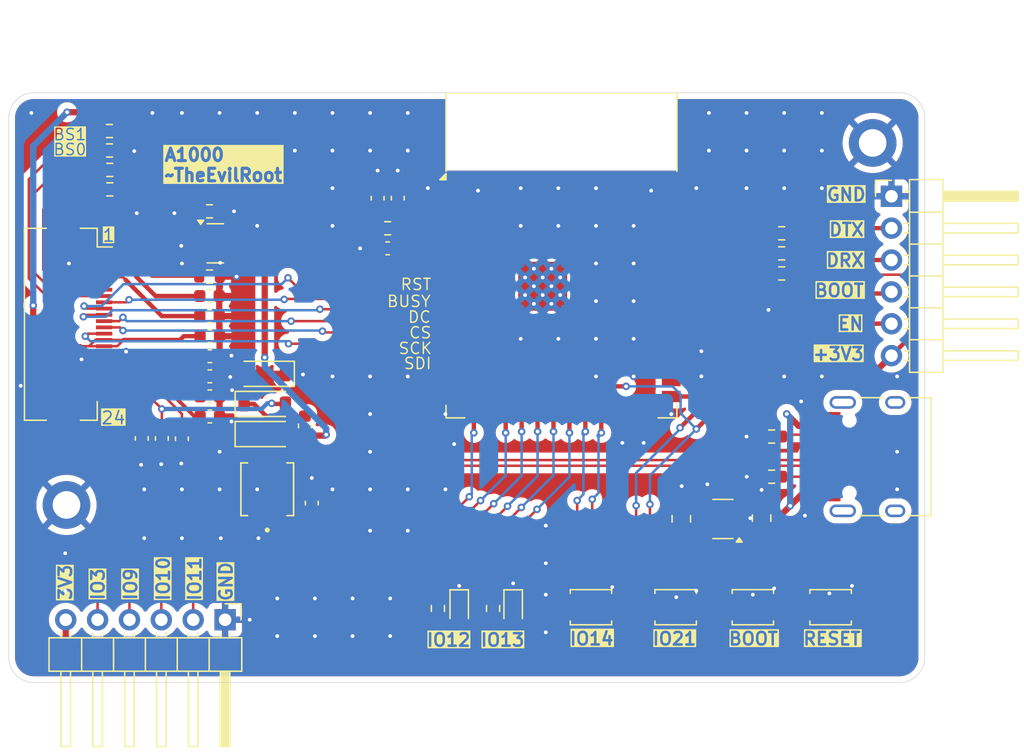
<source format=kicad_pcb>
(kicad_pcb (version 20240108) (generator "pcbnew") (generator_version "8.0")
  (layers (0 "F.Cu" signal) (31 "B.Cu" signal) (34 "B.Paste" user) (35 "F.Paste" user) (36 "B.SilkS" user "B.Silkscreen") (37 "F.SilkS" user "F.Silkscreen") (38 "B.Mask" user) (39 "F.Mask" user) (44 "Edge.Cuts" user))
  (net 0 "")
  (net 1 "GND")
  (net 2 "+5V")
  (net 3 "+3V3")
  (net 4 "/ESP_EN")
  (net 5 "/VGL")
  (net 6 "/VGH")
  (net 7 "Net-(D1-A)")
  (net 8 "/VDD")
  (net 9 "/VPP")
  (net 10 "/VSH")
  (net 11 "/PREVGH")
  (net 12 "/VSL")
  (net 13 "/PREVGL")
  (net 14 "/VCOM")
  (net 21 "/ESP_RX")
  (net 22 "/ESP_TX")
  (net 23 "/ESP_BOOT")
  (net 24 "/RESE")
  (net 25 "/GDR")
  (net 26 "/DISPLAY_TSCL")
  (net 27 "/DISPLAY_TSDA")
  (net 28 "/DISPLAY_RST")
  (net 32 "/DISPLAY_BS")
  (net 33 "/DISPLAY_BUSY")
  (net 36 "/DISPLAY_SCK")
  (net 37 "/DISPLAY_SDI")
  (net 38 "/DISPLAY_CS")
  (net 45 "/DISPLAY_DC")
  (net 51 "/USB_CC1")
  (net 52 "/USB_CC2")
  (net 53 "/ESP_DRX")
  (net 54 "/ESP_DTX")
  (net 55 "/ESP_IO3")
  (net 56 "/DISPLAY_3V3L")
  (net 57 "/USB_D+")
  (net 58 "/USB_D-")
  (net 59 "/ESP_IO9")
  (net 61 "/ESP_LED1A")
  (net 62 "/ESP_LED2A")
  (net 65 "/ESP_IO11")
  (net 66 "/ESP_IO10")
  (net 67 "/ESP_IO13")
  (net 68 "/ESP_IO12")
  (net 69 "/ESP_IO14")
  (net 70 "/ESP_IO21")
  (footprint "Capacitor_SMD:C_0603_1608Metric" (layer "F.Cu") (at 164 88.8 180)
    (property "Reference" "C5" (hide yes))
    (property "Value" "10u")
  )
  (footprint "Resistor_SMD:R_0603_1608Metric" (layer "F.Cu") (at 141.85 82.55 180)
    (property "Reference" "R8" (hide yes))
    (property "Value" "10k")
  )
  (footprint "Resistor_SMD:R_0603_1608Metric" (layer "F.Cu") (at 141.825 81)
    (property "Reference" "R14" (hide yes))
    (property "Value" "10k")
  )
  (footprint "Capacitor_SMD:C_0603_1608Metric" (layer "F.Cu") (at 149.825 95.8 180)
    (property "Reference" "C15" (hide yes))
    (property "Value" "1u")
  )
  (footprint "Connector_PinHeader_2.54mm:PinHeader_1x06_P2.54mm_Horizontal" (layer "F.Cu") (at 151.04 118.4 -90)
    (property "Reference" "J3" (hide yes))
    (property "Value" "Conn_01x06")
  )
  (footprint "RF_Module:ESP32-S3-WROOM-1" (layer "F.Cu") (at 177.85 89.36)
    (property "Reference" "U1" (hide yes))
    (property "Value" "ESP32-S3-WROOM-1")
  )
  (footprint "MountingHole:MountingHole_2.2mm_M2_DIN965_Pad" (layer "F.Cu") (at 138.4 109.25)
    (property "Reference" "H1" (hide yes))
    (property "Value" "M")
  )
  (footprint "Capacitor_SMD:C_0603_1608Metric" (layer "F.Cu") (at 163.2 84.8 90)
    (property "Reference" "C4" (hide yes))
    (property "Value" "1u")
  )
  (footprint "Capacitor_SMD:C_0603_1608Metric" (layer "F.Cu") (at 147.6 103.975 90)
    (property "Reference" "C16" (hide yes))
    (property "Value" "1u")
  )
  (footprint "Resistor_SMD:R_0603_1608Metric" (layer "F.Cu") (at 194.6 103.8 180)
    (property "Reference" "R4" (hide yes))
    (property "Value" "5k1")
  )
  (footprint "Capacitor_SMD:C_0603_1608Metric" (layer "F.Cu") (at 149.8 94.2 180)
    (property "Reference" "C8" (hide yes))
    (property "Value" "1u")
  )
  (footprint "Capacitor_SMD:C_0603_1608Metric" (layer "F.Cu") (at 149.825 99 180)
    (property "Reference" "C11" (hide yes))
    (property "Value" "1u")
  )
  (footprint "Resistor_SMD:R_0603_1608Metric" (layer "F.Cu") (at 195.4 90.8 180)
    (property "Reference" "R2" (hide yes))
    (property "Value" "10k")
  )
  (footprint "Capacitor_SMD:C_0603_1608Metric" (layer "F.Cu") (at 149.825 102.2 180)
    (property "Reference" "C14" (hide yes))
    (property "Value" "1u")
  )
  (footprint "Capacitor_SMD:C_0603_1608Metric" (layer "F.Cu") (at 149.825 97.4 180)
    (property "Reference" "C10" (hide yes))
    (property "Value" "1u")
  )
  (footprint "LED_SMD:LED_0603_1608Metric" (layer "F.Cu") (at 169.699999 117.5 -90)
    (property "Reference" "D4" (hide yes))
    (property "Value" "LED")
  )
  (footprint "Button_Switch_SMD:SW_SPST_B3U-1000P" (layer "F.Cu") (at 186.949999 117.4 180)
    (property "Reference" "SW3" (hide yes))
    (property "Value" "Action")
  )
  (footprint "Capacitor_SMD:C_0603_1608Metric" (layer "F.Cu") (at 157.4 102.95 90)
    (property "Reference" "C9" (hide yes))
    (property "Value" "4u7")
  )
  (footprint "MountingHole:MountingHole_2.2mm_M2_DIN965_Pad" (layer "F.Cu") (at 202.65 80.4)
    (property "Reference" "H2" (hide yes))
    (property "Value" "M")
  )
  (footprint "LED_SMD:LED_0603_1608Metric" (layer "F.Cu") (at 173.999999 117.5 -90)
    (property "Reference" "D5" (hide yes))
    (property "Value" "LED")
  )
  (footprint "Button_Switch_SMD:SW_SPST_B3U-1000P" (layer "F.Cu") (at 193.1 117.4 180)
    (property "Reference" "SW2" (hide yes))
    (property "Value" "Boot")
  )
  (footprint "Diode_SMD:D_SOD-123" (layer "F.Cu") (at 154.2 103.600001)
    (property "Reference" "D3" (hide yes))
    (property "Value" "MBR0530")
  )
  (footprint "Resistor_SMD:R_0603_1608Metric" (layer "F.Cu") (at 141.85 84.1 180)
    (property "Reference" "R7" (hide yes))
    (property "Value" "10k")
  )
  (footprint "Resistor_SMD:R_0603_1608Metric" (layer "F.Cu") (at 149.8 91.05)
    (property "Reference" "R6" (hide yes))
    (property "Value" "R47")
  )
  (footprint "Connector_FFC-FPC:Hirose_FH12-24S-0.5SH_1x24-1MP_P0.50mm_Horizontal" (layer "F.Cu") (at 139.55 94.849999 -90)
    (property "Reference" "U3" (hide yes))
    (property "Value" "~")
  )
  (footprint "Capacitor_SMD:C_0603_1608Metric" (layer "F.Cu") (at 149.825 100.6 180)
    (property "Reference" "C13" (hide yes))
    (property "Value" "1u")
  )
  (footprint "Capacitor_SMD:C_0805_2012Metric" (layer "F.Cu") (at 193.8 110.3 90)
    (property "Reference" "C1" (hide yes))
    (property "Value" "10u")
  )
  (footprint "Package_TO_SOT_SMD:SOT-23" (layer "F.Cu") (at 150.262499 88.4)
    (property "Reference" "Q1" (hide yes))
    (property "Value" "BSS138")
  )
  (footprint "Diode_SMD:D_SOD-123" (layer "F.Cu") (at 154.2 98.8 180)
    (property "Reference" "D1" (hide yes))
    (property "Value" "MBR0530")
  )
  (footprint "Library:IND_CSAB0420-2R2M" (layer "F.Cu") (at 154.4 108 90)
    (property "Reference" "L1" (hide yes))
    (property "Value" "10u")
  )
  (footprint "Diode_SMD:D_SOD-123" (layer "F.Cu") (at 154.2 101.2)
    (property "Reference" "D2" (hide yes))
    (property "Value" "MBR0530")
  )
  (footprint "Resistor_SMD:R_0603_1608Metric" (layer "F.Cu") (at 194.6 107 180)
    (property "Reference" "R5" (hide yes))
    (property "Value" "5k1")
  )
  (footprint "Button_Switch_SMD:SW_SPST_B3U-1000P" (layer "F.Cu") (at 199.3 117.4 180)
    (property "Reference" "SW1" (hide yes))
    (property "Value" "Reset")
  )
  (footprint "Connector_PinHeader_2.54mm:PinHeader_1x06_P2.54mm_Horizontal" (layer "F.Cu") (at 204.15 84.65)
    (property "Reference" "J2" (hide yes))
    (property "Value" "Debug")
  )
  (footprint "Resistor_SMD:R_0603_1608Metric" (layer "F.Cu") (at 141.825 79.45 180)
    (property "Reference" "R13" (hide yes))
    (property "Value" "10k")
  )
  (footprint "Package_TO_SOT_SMD:SOT-23-5" (layer "F.Cu") (at 190.71125 110.370001 180)
    (property "Reference" "U2" (hide yes))
    (property "Value" "AP2112K-3.3")
  )
  (footprint "Capacitor_SMD:C_0603_1608Metric" (layer "F.Cu") (at 146 103.95 90)
    (property "Reference" "C17" (hide yes))
    (property "Value" "1u")
  )
  (footprint "Capacitor_SMD:C_0603_1608Metric" (layer "F.Cu") (at 149.8 92.6 180)
    (property "Reference" "C7" (hide yes))
    (property "Value" "1u")
  )
  (footprint "Button_Switch_SMD:SW_SPST_B3U-1000P" (layer "F.Cu") (at 180.199999 117.4 180)
    (property "Reference" "SW4" (hide yes))
    (property "Value" "Action")
  )
  (footprint "Connector_USB:USB_C_Receptacle_HRO_TYPE-C-31-M-12" (layer "F.Cu") (at 203.4 105.4 90)
    (property "Reference" "J1" (hide yes))
    (property "Value" "USB")
  )
  (footprint "Resistor_SMD:R_0603_1608Metric" (layer "F.Cu") (at 195.4 89.2)
    (property "Reference" "R12" (hide yes))
    (property "Value" "0R")
  )
  (footprint "Capacitor_SMD:C_0603_1608Metric" (layer "F.Cu") (at 144.4 103.95 90)
    (property "Reference" "C18" (hide yes))
    (property "Value" "1u")
  )
  (footprint "Resistor_SMD:R_0603_1608Metric" (layer "F.Cu") (at 195.4 87.6)
    (property "Reference" "R11" (hide yes))
    (property "Value" "0R")
  )
  (footprint "Capacitor_SMD:C_0805_2012Metric" (layer "F.Cu") (at 187.4 110.35 90)
    (property "Reference" "C2" (hide yes))
    (property "Value" "10u")
  )
  (footprint "Resistor_SMD:R_0603_1608Metric" (layer "F.Cu") (at 172.399999 117.5 90)
    (property "Reference" "R10" (hide yes))
    (property "Value" "1k")
  )
  (footprint "Resistor_SMD:R_0603_1608Metric" (layer "F.Cu") (at 164 87.2)
    (property "Reference" "R1" (hide yes))
    (property "Value" "10k")
  )
  (footprint "Resistor_SMD:R_0603_1608Metric" (layer "F.Cu") (at 167.999999 117.5 90)
    (property "Reference" "R9" (hide yes))
    (property "Value" "1k")
  )
  (footprint "Capacitor_SMD:C_0603_1608Metric" (layer "F.Cu") (at 157.95 109.1 -90)
    (property "Reference" "C6" (hide yes))
    (property "Value" "4u7")
  )
  (footprint "Capacitor_SMD:C_0603_1608Metric" (layer "F.Cu") (at 164.8 84.8 90)
    (property "Reference" "C3" (hide yes))
    (property "Value" "100n")
  )
  (footprint "Resistor_SMD:R_0603_1608Metric" (layer "F.Cu") (at 149.8 85.85)
    (property "Reference" "R3" (hide yes))
    (property "Value" "10k")
  )
  (gr_arc (start 133.8 78.4) (mid 134.385786 76.985786) (end 135.8 76.4) (stroke (width 0.05)) (layer "Edge.Cuts"))
  (gr_line (start 204.8 123.4) (end 135.8 123.4) (stroke (width 0.05)) (layer "Edge.Cuts"))
  (gr_arc (start 204.8 76.4) (mid 206.214214 76.985786) (end 206.8 78.4) (stroke (width 0.05)) (layer "Edge.Cuts"))
  (gr_line (start 135.8 76.4) (end 204.8 76.4) (stroke (width 0.05)) (layer "Edge.Cuts"))
  (gr_arc (start 206.8 121.4) (mid 206.214214 122.814214) (end 204.8 123.4) (stroke (width 0.05)) (layer "Edge.Cuts"))
  (gr_line (start 133.8 121.4) (end 133.8 78.4) (stroke (width 0.05)) (layer "Edge.Cuts"))
  (gr_arc (start 135.8 123.4) (mid 134.385786 122.814214) (end 133.8 121.4) (stroke (width 0.05)) (layer "Edge.Cuts"))
  (gr_line (start 206.8 78.4) (end 206.8 121.4) (stroke (width 0.05)) (layer "Edge.Cuts"))
  (gr_text "IO21" (at 188.7 120.5 0) (layer "F.SilkS" knockout) (effects (font (size 1 1) (thickness 0.2) (bold yes)) (justify right bottom)))
  (gr_text "SCK" (at 167.6 97.3 0) (layer "F.SilkS") (effects (font (size 0.9 0.9) (thickness 0.1125)) (justify right bottom)))
  (gr_text "1" (at 141.2 88.35 0) (layer "F.SilkS" knockout) (effects (font (size 1 1) (thickness 0.125)) (justify left bottom)))
  (gr_text "DRX" (at 202.05 90.35 0) (layer "F.SilkS" knockout) (effects (font (size 1 1) (thickness 0.2) (bold yes)) (justify right bottom)))
  (gr_text "BS0" (at 140.05 81.45 0) (layer "F.SilkS" knockout) (effects (font (size 0.9 0.9) (thickness 0.1125)) (justify right bottom)))
  (gr_text "24" (at 141.1 102.9 0) (layer "F.SilkS" knockout) (effects (font (size 1 1) (thickness 0.125)) (justify left bottom)))
  (gr_text "EN" (at 202 95.4 0) (layer "F.SilkS" knockout) (effects (font (size 1 1) (thickness 0.2) (bold yes)) (justify right bottom)))
  (gr_text "IO11" (at 149.2 113.3 90) (layer "F.SilkS" knockout) (effects (font (size 1 1) (thickness 0.2) (bold yes)) (justify right bottom)))
  (gr_text "BOOT" (at 202.05 92.75 0) (layer "F.SilkS" knockout) (effects (font (size 1 1) (thickness 0.2) (bold yes)) (justify right bottom)))
  (gr_text "IO9" (at 144.1 114.2 90) (layer "F.SilkS" knockout) (effects (font (size 1 1) (thickness 0.2) (bold yes)) (justify right bottom)))
  (gr_text "BUSY" (at 167.5 93.55 0) (layer "F.SilkS") (effects (font (size 0.9 0.9) (thickness 0.1125)) (justify right bottom)))
  (gr_text "3V3" (at 138.9 113.9 90) (layer "F.SilkS" knockout) (effects (font (size 1 1) (thickness 0.2) (bold yes)) (justify right bottom)))
  (gr_text "BS1" (at 140.05 80.25 0) (layer "F.SilkS" knockout) (effects (font (size 0.9 0.9) (thickness 0.1125)) (justify right bottom)))
  (gr_text "IO12" (at 170.7 120.6 0) (layer "F.SilkS" knockout) (effects (font (size 1 1) (thickness 0.2) (bold yes)) (justify right bottom)))
  (gr_text "RESET" (at 201.8 120.5 0) (layer "F.SilkS" knockout) (effects (font (size 1 1) (thickness 0.2) (bold yes)) (justify right bottom)))
  (gr_text "DC" (at 167.5 94.8 0) (layer "F.SilkS") (effects (font (size 0.9 0.9) (thickness 0.1125)) (justify right bottom)))
  (gr_text "CS" (at 167.55 96.05 0) (layer "F.SilkS") (effects (font (size 0.9 0.9) (thickness 0.1125)) (justify right bottom)))
  (gr_text "IO10" (at 146.7 113.3 90) (layer "F.SilkS" knockout) (effects (font (size 1 1) (thickness 0.2) (bold yes)) (justify right bottom)))
  (gr_text "+3V3" (at 202.05 97.8 0) (layer "F.SilkS" knockout) (effects (font (size 1 1) (thickness 0.2) (bold yes)) (justify right bottom)))
  (gr_text "GND" (at 202.2 85.1 0) (layer "F.SilkS" knockout) (effects (font (size 1 1) (thickness 0.2) (bold yes)) (justify right bottom)))
  (gr_text "DTX" (at 202.05 87.9 0) (layer "F.SilkS" knockout) (effects (font (size 1 1) (thickness 0.2) (bold yes)) (justify right bottom)))
  (gr_text "BOOT" (at 195.2 120.5 0) (layer "F.SilkS" knockout) (effects (font (size 1 1) (thickness 0.2) (bold yes)) (justify right bottom)))
  (gr_text "GND" (at 151.7 113.7 90) (layer "F.SilkS" knockout) (effects (font (size 1 1) (thickness 0.2) (bold yes)) (justify right bottom)))
  (gr_text "IO3" (at 141.5 114.2 90) (layer "F.SilkS" knockout) (effects (font (size 1 1) (thickness 0.2) (bold yes)) (justify right bottom)))
  (gr_text "IO13" (at 175 120.6 0) (layer "F.SilkS" knockout) (effects (font (size 1 1) (thickness 0.2) (bold yes)) (justify right bottom)))
  (gr_text "A1000\n~TheEvilRoot\n" (at 146.1 83.55 0) (layer "F.SilkS" knockout) (effects (font (size 1 1) (thickness 0.25) (bold yes)) (justify left bottom)))
  (gr_text "IO14" (at 182.1 120.5 0) (layer "F.SilkS" knockout) (effects (font (size 1 1) (thickness 0.2) (bold yes)) (justify right bottom)))
  (gr_text "SDI" (at 167.55 98.5 0) (layer "F.SilkS") (effects (font (size 0.9 0.9) (thickness 0.1125)) (justify right bottom)))
  (gr_text "RST" (at 167.55 92.2 0) (layer "F.SilkS") (effects (font (size 0.9 0.9) (thickness 0.1125)) (justify right bottom)))
  (segment (start 169.699999 116.712499) (end 169.699999 115.700001) (width 0.5) (layer "F.Cu") (net 1))
  (segment (start 173.999999 115.500001) (end 174 115.5) (width 0.5) (layer "F.Cu") (net 1))
  (segment (start 150.6 99) (end 151.4 99) (width 0.35) (layer "F.Cu") (net 1))
  (segment (start 143.08 97.099999) (end 141.4 97.099999) (width 0.35) (layer "F.Cu") (net 1))
  (segment (start 193.775 103.8) (end 192.6 103.8) (width 0.5) (layer "F.Cu") (net 1))
  (segment (start 146 105.95) (end 145.95 106) (width 0.35) (layer "F.Cu") (net 1))
  (segment (start 188.65 116.15) (end 188.6 116.1) (width 0.5) (layer "F.Cu") (net 1))
  (segment (start 157.95 108.325) (end 157.95 107.1) (width 0.35) (layer "F.Cu") (net 1))
  (segment (start 173.999999 116.712499) (end 173.999999 115.500001) (width 0.5) (layer "F.Cu") (net 1))
  (segment (start 151.4 99) (end 151.45 99.05) (width 0.35) (layer "F.Cu") (net 1))
  (segment (start 142.65 81) (end 143.75 81) (width 0.35) (layer "F.Cu") (net 1))
  (segment (start 150.575 92.6) (end 151.95 92.6) (width 0.35) (layer "F.Cu") (net 1))
  (segment (start 191.84875 110.370001) (end 192.829999 110.370001) (width 0.5) (layer "F.Cu") (net 1))
  (segment (start 164.8 84.025) (end 164.8 82.6) (width 0.5) (layer "F.Cu") (net 1))
  (segment (start 204.025 81.175) (end 204.05 81.15) (width 0.35) (layer "F.Cu") (net 1))
  (segment (start 150.625 91.05) (end 151.95 91.05) (width 0.35) (layer "F.Cu") (net 1))
  (segment (start 151.45 100.6) (end 151.6 100.45) (width 0.35) (layer "F.Cu") (net 1))
  (segment (start 198.1 102.15) (end 199.355 102.15) (width 0.5) (layer "F.Cu") (net 1))
  (segment (start 181.9 117.4) (end 181.9 115.8) (width 0.5) (layer "F.Cu") (net 1))
  (segment (start 171.1 84.1) (end 171.2 84.2) (width 0.5) (layer "F.Cu") (net 1))
  (segment (start 193.7875 107) (end 192.6125 107) (width 0.5) (layer "F.Cu") (net 1))
  (segment (start 193.187501 93.7) (end 194.35 93.7) (width 0.35) (layer "F.Cu") (net 1))
  (segment (start 157.2 98.8) (end 157.25 98.85) (width 0.35) (layer "F.Cu") (net 1))
  (segment (start 188.512499 91.262499) (end 188.5 91.25) (width 0.35) (layer "F.Cu") (net 1))
  (segment (start 186.6 84.1) (end 185.1 84.1) (width 0.5) (layer "F.Cu") (net 1))
  (segment (start 150.575 94.2) (end 151.8 94.2) (width 0.35) (layer "F.Cu") (net 1))
  (segment (start 196.95 101) (end 198.1 102.15) (width 0.5) (layer "F.Cu") (net 1))
  (segment (start 194.800001 117.4) (end 194.800001 115.900001) (width 0.5) (layer "F.Cu") (net 1))
  (segment (start 150.6 100.6) (end 151.45 100.6) (width 0.35) (layer "F.Cu") (net 1))
  (segment (start 188.65 117.4) (end 188.65 116.15) (width 0.5) (layer "F.Cu") (net 1))
  (segment (start 197.25 110.1) (end 198.7 108.65) (width 0.5) (layer "F.Cu") (net 1))
  (segment (start 201.000001 117.4) (end 201.000001 115.700001) (width 0.5) (layer "F.Cu") (net 1))
  (segment (start 198.7 108.65) (end 199.355 108.65) (width 0.5) (layer "F.Cu") (net 1))
  (segment (start 201.000001 115.700001) (end 201 115.7) (width 0.5) (layer "F.Cu") (net 1))
  (segment (start 151.5 97.4) (end 151.55 97.35) (width 0.35) (layer "F.Cu") (net 1))
  (segment (start 150.625 89.975) (end 150.65 89.95) (width 0.35) (layer "F.Cu") (net 1))
  (segment (start 150.625 91.05) (end 150.625 89.975) (width 0.35) (layer "F.Cu") (net 1))
  (segment (start 186.6 84.1) (end 188.5 84.1) (width 0.5) (layer "F.Cu") (net 1))
  (segment (start 185.1 84.1) (end 185 84.2) (width 0.5) (layer "F.Cu") (net 1))
  (segment (start 151.55 102.6) (end 151.15 102.2) (width 0.35) (layer "F.Cu") (net 1))
  (segment (start 151.04 118.4) (end 153 118.4) (width 0.5) (layer "F.Cu") (net 1))
  (segment (start 139.6 97.65) (end 140.150001 97.099999) (width 0.35) (layer "F.Cu") (net 1))
  (segment (start 155.85 98.8) (end 157.2 98.8) (width 0.35) (layer "F.Cu") (net 1))
  (segment (start 151.15 102.2) (end 150.6 102.2) (width 0.35) (layer "F.Cu") (net 1))
  (segment (start 169.1 84.1) (end 171.1 84.1) (width 0.5) (layer "F.Cu") (net 1))
  (segment (start 192.829999 110.370001) (end 192.9 110.3) (width 0.5) (layer "F.Cu") (net 1))
  (segment (start 143.75 81) (end 143.8 81.05) (width 0.35) (layer "F.Cu") (net 1))
  (segment (start 144.4 106) (end 144.35 106.05) (width 0.35) (layer "F.Cu") (net 1))
  (segment (start 169.699999 115.700001) (end 169.7 115.7) (width 0.5) (layer "F.Cu") (net 1))
  (segment (start 150.6 97.4) (end 151.5 97.4) (width 0.35) (layer "F.Cu") (net 1))
  (segment (start 150.6 95.8) (end 151.7 95.8) (width 0.35) (layer "F.Cu") (net 1))
  (segment (start 194.800001 115.900001) (end 194.8 115.9) (width 0.5) (layer "F.Cu") (net 1))
  (segment (start 167.3 84.1) (end 167.2 84) (width 0.5) (layer "F.Cu") (net 1))
  (segment (start 163.225 88.8) (end 161.8 88.8) (width 0.5) (layer "F.Cu") (net 1))
  (segment (start 151.6 100.45) (end 151.6 100.1) (width 0.35) (layer "F.Cu") (net 1))
  (segment (start 188.512499 91.237501) (end 188.5 91.25) (width 0.35) (layer "F.Cu") (net 1))
  (segment (start 188.5 84.1) (end 188.6 84) (width 0.5) (layer "F.Cu") (net 1))
  (segment (start 163.2 84.025) (end 163.2 82.6) (width 0.5) (layer "F.Cu") (net 1))
  (segment (start 143.15 97.029999) (end 143.08 97.099999) (width 0.35) (layer "F.Cu") (net 1))
  (segment (start 144.4 104.725) (end 144.4 106) (width 0.35) (layer "F.Cu") (net 1))
  (segment (start 147.6 104.75) (end 147.6 105.9) (width 0.35) (layer "F.Cu") (net 1))
  (segment (start 169.1 84.1) (end 167.3 84.1) (width 0.5) (layer "F.Cu") (net 1))
  (segment (start 140.150001 97.099999) (end 141.4 97.099999) (width 0.35) (layer "F.Cu") (net 1))
  (segment (start 147.6 105.9) (end 147.55 105.95) (width 0.35) (layer "F.Cu") (net 1))
  (segment (start 150.625 85.85) (end 151.75 85.85) (width 0.35) (layer "F.Cu") (net 1))
  (segment (start 146 104.725) (end 146 105.95) (width 0.35) (layer "F.Cu") (net 1))
  (via (at 185 84.2) (size 0.6) (drill 0.3) (layers "F.Cu" "B.Cu") (net 1))
  (via (at 150.6 108.00675) (size 0.6) (drill 0.3) (layers "F.Cu" "B.Cu") (net 1))
  (via (at 156.6 78.00675) (size 0.6) (drill 0.3) (layers "F.Cu" "B.Cu") (net 1))
  (via (at 176.6 113.9) (size 0.6) (drill 0.3) (layers "F.Cu" "B.Cu") (net 1))
  (via (at 182.7 104.3) (size 0.6) (drill 0.3) (layers "F.Cu" "B.Cu") (net 1))
  (via (at 165.6 108.00675) (size 0.6) (drill 0.3) (layers "F.Cu" "B.Cu") (net 1))
  (via (at 151.6 100.1) (size 0.6) (drill 0.3) (layers "F.Cu" "B.Cu") (net 1))
  (via (at 198.6 99.00675) (size 0.6) (drill 0.3) (layers "F.Cu" "B.Cu") (net 1))
  (via (at 195.6 84.00675) (size 0.6) (drill 0.3) (layers "F.Cu" "B.Cu") (net 1))
  (via (at 192.6 81.00675) (size 0.6) (drill 0.3) (layers "F.Cu" "B.Cu") (net 1))
  (via (at 165.6 78.00675) (size 0.6) (drill 0.3) (layers "F.Cu" "B.Cu") (net 1))
  (via (at 196.95 101) (size 0.6) (drill 0.3) (layers "F.Cu" "B.Cu") (net 1))
  (via (at 164.2 116.7) (size 0.6) (drill 0.3) (layers "F.Cu" "B.Cu") (net 1))
  (via (at 189.6 81.00675) (size 0.6) (drill 0.3) (layers "F.Cu" "B.Cu") (net 1))
  (via (at 193.8 108.050002) (size 0.6) (drill 0.3) (layers "F.Cu" "B.Cu") (net 1))
  (via (at 162.6 111.3) (size 0.6) (drill 0.3) (layers "F.Cu" "B.Cu") (net 1))
  (via (at 151.75 85.85) (size 0.6) (drill 0.3) (layers "F.Cu" "B.Cu") (net 1))
  (via (at 145.25 78.00675) (size 0.6) (drill 0.3) (layers "F.Cu" "B.Cu") (net 1))
  (via (at 187.42875 107.75) (size 0.6) (drill 0.3) (layers "F.Cu" "B.Cu") (net 1))
  (via (at 183.6 96.00675) (size 0.6) (drill 0.3) (layers "F.Cu" "B.Cu") (net 1))
  (via (at 199.2 116.3) (size 0.6) (drill 0.3) (layers "F.Cu" "B.Cu") (net 1))
  (via (at 167.2 84) (size 0.6) (drill 0.3) (layers "F.Cu" "B.Cu") (net 1))
  (via (at 144.6 108.00675) (size 0.6) (drill 0.3) (layers "F.Cu" "B.Cu") (net 1))
  (via (at 192.9 110.3) (size 0.6) (drill 0.3) (layers "F.Cu" "B.Cu") (net 1))
  (via (at 158.2 119.7) (size 0.6) (drill 0.3) (layers "F.Cu" "B.Cu") (net 1))
  (via (at 165.6 111.3) (size 0.6) (drill 0.3) (layers "F.Cu" "B.Cu") (net 1))
  (via (at 151.55 102.6) (size 0.6) (drill 0.3) (layers "F.Cu" "B.Cu") (net 1))
  (via (at 197.25 110.1) (size 0.6) (drill 0.3) (layers "F.Cu" "B.Cu") (net 1))
  (via (at 138.6 90.00675) (size 0.6) (drill 0.3) (layers "F.Cu" "B.Cu") (net 1))
  (via (at 189 99) (size 0.6) (drill 0.3) (layers "F.Cu" "B.Cu") (net 1))
  (via (at 162.6 99.00675) (size 0.6) (drill 0.3) (layers "F.Cu" "B.Cu") (net 1))
  (via (at 204.6 108.00675) (size 0.6) (drill 0.3) (layers "F.Cu" "B.Cu") (net 1))
  (via (at 153.6 87.00675) (size 0.6) (drill 0.3) (layers "F.Cu" "B.Cu") (net 1))
  (via (at 177.6 96.00675) (size 0.6) (drill 0.3) (layers "F.Cu" "B.Cu") (net 1))
  (via (at 183.6 90.00675) (size 0.6) (drill 0.3) (layers "F.Cu" "B.Cu") (net 1))
  (via (at 189.47875 107.60675) (size 0.6) (drill 0.3) (layers "F.Cu" "B.Cu") (net 1))
  (via (at 143.8 81.05) (size 0.6) (drill 0.3) (layers "F.Cu" "B.Cu") (net 1))
  (via (at 201 115.7) (size 0.6) (drill 0.3) (layers "F.Cu" "B.Cu") (net 1))
  (via (at 147.6 78.00675) (size 0.6) (drill 0.3) (layers "F.Cu" "B.Cu") (net 1))
  (via (at 153.6 78.00675) (size 0.6) (drill 0.3) (layers "F.Cu" "B.Cu") (net 1))
  (via (at 159.6 108.00675) (size 0.6) (drill 0.3) (layers "F.Cu" "B.Cu") (net 1))
  (via (at 159.6 87.00675) (size 0.6) (drill 0.3) (layers "F.Cu" "B.Cu") (net 1))
  (via (at 162.6 78.00675) (size 0.6) (drill 0.3) (layers "F.Cu" "B.Cu") (net 1))
  (via (at 187 116.6) (size 0.6) (drill 0.3) (layers "F.Cu" "B.Cu") (net 1))
  (via (at 192.6125 107) (size 0.6) (drill 0.3) (layers "F.Cu" "B.Cu") (net 1))
  (via (at 176.6 119.4) (size 0.6) (drill 0.3) (layers "F.Cu" "B.Cu") (net 1))
  (via (at 159.6 78.00675) (size 0.6) (drill 0.3) (layers "F.Cu" "B.Cu") (net 1))
  (via (at 195.6 81.00675) (size 0.6) (drill 0.3) (layers "F.Cu" "B.Cu") (net 1))
  (via (at 151.55 97.35) (size 0.6) (drill 0.3) (layers "F.Cu" "B.Cu") (net 1))
  (via (at 177.6 87.00675) (size 0.6) (drill 0.3) (layers "F.Cu" "B.Cu") (net 1))
  (via (at 139.6 97.65) (size 0.6) (drill 0.3) (layers "F.Cu" "B.Cu") (net 1))
  (via (at 144.6 111.9) (size 0.6) (drill 0.3) (layers "F.Cu" "B.Cu") (net 1))
  (via (at 134.75 99.75) (size 0.6) (drill 0.3) (layers "F.Cu" "B.Cu") (net 1))
  (via (at 188.6 84) (size 0.6) (drill 0.3) (layers "F.Cu" "B.Cu") (net 1))
  (via (at 189.6 78.00675) (size 0.6) (drill 0.3) (layers "F.Cu" "B.Cu") (net 1))
  (via (at 169.7 115.7) (size 0.6) (drill 0.3) (layers "F.Cu" "B.Cu") (net 1))
  (via (at 183.6 93.00675) (size 0.6) (drill 0.3) (layers "F.Cu" "B.Cu") (net 1))
  (via (at 180.6 90.00675) (size 0.6) (drill 0.3) (layers "F.Cu" "B.Cu") (net 1))
  (via (at 186.6 102.00675) (size 0.6) (drill 0.3) (layers "F.Cu" "B.Cu") (net 1))
  (via (at 177.6 84.00675) (size 0.6) (drill 0.3) (layers "F.Cu" "B.Cu") (net 1))
  (via (at 164.2 119.7) (size 0.6) (drill 0.3) (layers "F.Cu" "B.Cu") (net 1))
  (via (at 192.6 84.00675) (size 0.6) (drill 0.3) (layers "F.Cu" "B.Cu") (net 1))
  (via (at 162.6 81.00675) (size 0.6) (drill 0.3) (layers "F.Cu" "B.Cu") (net 1))
  (via (at 151.45 99.05) (size 0.6) (drill 0.3) (layers "F.Cu" "B.Cu") (net 1))
  (via (at 150.6 105.00675) (size 0.6) (drill 0.3) (layers "F.Cu" "B.Cu") (net 1))
  (via (at 144.35 106.05) (size 0.6) (drill 0.3) (layers "F.Cu" "B.Cu") (net 1))
  (via (at 171.2 84.2) (size 0.6) (drill 0.3) (layers "F.Cu" "B.Cu") (net 1))
  (via (at 147.6 90.00675) (size 0.6) (drill 0.3) (layers "F.Cu" "B.Cu") (net 1))
  (via (at 147.6 111.9) (size 0.6) (drill 0.3) (layers "F.Cu" "B.Cu") (net 1))
  (via (at 145.95 106) (size 0.6) (drill 0.3) (layers "F.Cu" "B.Cu") (net 1))
  (via (at 176.6 110.9) (size 0.6) (drill 0.3) (layers "F.Cu" "B.Cu") (net 1))
  (via (at 198.6 81.00675) (size 0.6) (drill 0.3) (layers "F.Cu" "B.Cu") (net 1))
  (via (at 180.6 99.00675) (size 0.6) (drill 0.3) (layers "F.Cu" "B.Cu") (net 1))
  (via (at 165.6 81.00675) (size 0.6) (drill 0.3) (layers "F.Cu" "B.Cu") (net 1))
  (via (at 195.6 99.00675) (size 0.6) (drill 0.3) (layers "F.Cu" "B.Cu") (net 1))
  (via (at 161.2 119.7) (size 0.6) (drill 0.3) (layers "F.Cu" "B.Cu") (net 1))
  (via (at 174 115.5) (size 0.6) (drill 0.3) (layers "F.Cu" "B.Cu") (net 1))
  (via (at 138.3 116.1) (size 0.6) (drill 0.3) (layers "F.Cu" "B.Cu") (net 1))
  (via (at 204.6 105.00675) (size 0.6) (drill 0.3) (layers "F.Cu" "B.Cu") (net 1))
  (via (at 144 86) (size 0.6) (drill 0.3) (layers "F.Cu" "B.Cu") (net 1))
  (via (at 165.6 99.00675) (size 0.6) (drill 0.3) (layers "F.Cu" "B.Cu") (net 1))
  (via (at 198.6 84.00675) (size 0.6) (drill 0.3) (layers "F.Cu" "B.Cu") (net 1))
  (via (at 162.6 102.00675) (size 0.6) (drill 0.3) (layers "F.Cu" "B.Cu") (net 1))
  (via (at 193.1 116.4) (size 0.6) (drill 0.3) (layers "F.Cu" "B.Cu") (net 1))
  (via (at 159.6 84.00675) (size 0.6) (drill 0.3) (layers "F.Cu" "B.Cu") (net 1))
  (via (at 174.6 84.00675) (size 0.6) (drill 0.3) (layers "F.Cu" "B.Cu") (net 1))
  (via (at 159.6 99.00675) (size 0.6) (drill 0.3) (layers "F.Cu" "B.Cu") (net 1))
  (via (at 162.6 108.00675) (size 0.6) (drill 0.3) (layers "F.Cu" "B.Cu") (net 1))
  (via (at 195.6 78.00675) (size 0.6) (drill 0.3) (layers "F.Cu" "B.Cu") (net 1))
  (via (at 183.6 87.00675) (size 0.6) (drill 0.3) (layers "F.Cu" "B.Cu") (net 1))
  (via (at 150.65 89.95) (size 0.6) (drill 0.3) (layers "F.Cu" "B.Cu") (net 1))
  (via (at 159.6 81.00675) (size 0.6) (drill 0.3) (layers "F.Cu" "B.Cu") (net 1))
  (via (at 192.6 78.00675) (size 0.6) (drill 0.3) (layers "F.Cu" "B.Cu") (net 1))
  (via (at 184.4 104.3) (size 0.6) (drill 0.3) (layers "F.Cu" "B.Cu") (net 1))
  (via (at 157.95 107.1) (size 0.6) (drill 0.3) (layers "F.Cu" "B.Cu") (net 1))
  (via (at 169.3 104.4) (size 0.6) (drill 0.3) (layers "F.Cu" "B.Cu") (net 1))
  (via (at 180.6 84.00675) (size 0.6) (drill 0.3) (layers "F.Cu" "B.Cu") (net 1))
  (via (at 147.6 108.00675) (size 0.6) (drill 0.3) (layers "F.Cu" "B.Cu") (net 1))
  (via (at 180.6 96.00675) (size 0.6) (drill 0.3) (layers "F.Cu" "B.Cu") (net 1))
  (via (at 194.35 93.7) (size 0.6) (drill 0.3) (layers "F.Cu" "B.Cu") (net 1))
  (via (at 198.6 78.00675) (size 0.6) (drill 0.3) (layers "F.Cu" "B.Cu") (net 1))
  (via (at 135.6 78.00675) (size 0.6) (drill 0.3) (layers "F.Cu" "B.Cu") (net 1))
  (via (at 174.6 96.00675) (size 0.6) (drill 0.3) (layers "F.Cu" "B.Cu") (net 1))
  (via (at 150.6 78.00675) (size 0.6) (drill 0.3) (layers "F.Cu" "B.Cu") (net 1))
  (via (at 164.8 82.6) (size 0.6) (drill 0.3) (layers "F.Cu" "B.Cu") (net 1))
  (via (at 162.6 105.00675) (size 0.6) (drill 0.3) (layers "F.Cu" "B.Cu") (net 1))
  (via (at 151.95 91.05) (size 0.6) (drill 0.3) (layers "F.Cu" "B.Cu") (net 1))
  (via (at 143.15 97.029999) (size 0.6) (drill 0.3) (layers "F.Cu" "B.Cu") (net 1))
  (via (at 155.2 119.7) (size 0.6) (drill 0.3) (layers "F.Cu" "B.Cu") (net 1))
  (via (at 189 97) (size 0.6) (drill 0.3) (layers "F.Cu" "B.Cu") (net 1))
  (via (at 161.2 116.7) (size 0.6) (drill 0.3) (layers "F.Cu" "B.Cu") (net 1))
  (via (at 147.55 105.95) (size 0.6) (drill 0.3) (layers "F.Cu" "B.Cu") (net 1))
  (via (at 150.7 111.9) (size 0.6) (drill 0.3) (layers "F.Cu" "B.Cu") (net 1))
  (via (at 194.8 115.9) (size 0.6) (drill 0.3) (layers "F.Cu" "B.Cu") (net 1))
  (via (at 153.6 108.00675) (size 0.6) (drill 0.3) (layers "F.Cu" "B.Cu") (net 1))
  (via (at 156.6 81.00675) (size 0.6) (drill 0.3) (layers "F.Cu" "B.Cu") (net 1))
  (via (at 204.6 99.00675) (size 0.6) (drill 0.3) (layers "F.Cu" "B.Cu") (net 1))
  (via (at 138.3 113.1) (size 0.6) (drill 0.3) (layers "F.Cu" "B.Cu") (net 1))
  (via (at 153.7 111.9) (size 0.6) (drill 0.3) (layers "F.Cu" "B.Cu") (net 1))
  (via (at 192.6 103.8) (size 0.6) (drill 0.3) (layers "F.Cu" "B.Cu") (net 1))
  (via (at 174.6 87.00675) (size 0.6) (drill 0.3) (layers "F.Cu" "B.Cu") (net 1))
  (via (at 157.25 98.85) (size 0.6) (drill 0.3) (layers "F.Cu" "B.Cu") (net 1))
  (via (at 168.6 108.00675) (size 0.6) (drill 0.3) (layers "F.Cu" "B.Cu") (net 1))
  (via (at 158.2 116.7) (size 0.6) (drill 0.3) (layers "F.Cu" "B.Cu") (net 1))
  (via (at 180.6 87.00675) (size 0.6) (drill 0.3) (layers "F.Cu" "B.Cu") (net 1))
  (via (at 153 118.4) (size 0.6) (drill 0.3) (layers "F.Cu" "B.Cu") (net 1))
  (via (at 147 86) (size 0.6) (drill 0.3) (layers "F.Cu" "B.Cu") (net 1))
  (via (at 147.55 88.6) (size 0.6) (drill 0.3) (layers "F.Cu" "B.Cu") (net 1))
  (via (at 168.6 102.00675) (size 0.6) (drill 0.3) (layers "F.Cu" "B.Cu") (net 1))
  (via (at 188.6 116.1) (size 0.6) (drill 0.3) (layers "F.Cu" "B.Cu") (net 1))
  (via (at 176.6 116.4) (size 0.6) (drill 0.3) (layers "F.Cu" "B.Cu") (net 1))
  (via (at 180.6 93.00675) (size 0.6) (drill 0.3) (layers "F.Cu" "B.Cu") (net 1))
  (via (at 183.6 99.00675) (size 0.6) (drill 0.3) (layers "F.Cu" "B.Cu") (net 1))
  (via (at 163.2 82.6) (size 0.6) (drill 0.3) (layers "F.Cu" "B.Cu") (net 1))
  (via (at 181.9 115.8) (size 0.6) (drill 0.3) (layers "F.Cu" "B.Cu") (net 1))
  (via (at 161.8 88.8) (size 0.6) (drill 0.3) (layers "F.Cu" "B.Cu") (net 1))
  (via (at 155.2 116.7) (size 0.6) (drill 0.3) (layers "F.Cu" "B.Cu") (net 1))
  (segment (start 196.749999 102.949999) (end 195.8 102) (width 0.5) (layer "F.Cu") (net 2))
  (segment (start 191.12 111.32) (end 191.84875 111.32) (width 0.2) (layer "F.Cu") (net 2))
  (segment (start 199.355 102.949999) (end 196.749999 102.949999) (width 0.5) (layer "F.Cu") (net 2))
  (segment (start 190.8 109.8) (end 190.8 111) (width 0.2) (layer "F.Cu") (net 2))
  (segment (start 191.918751 111.249999) (end 191.84875 111.32) (width 0.5) (layer "F.Cu") (net 2))
  (segment (start 190.8 111) (end 191.12 111.32) (width 0.2) (layer "F.Cu") (net 2))
  (segment (start 194.45 110.95) (end 193.8 110.95) (width 0.5) (layer "F.Cu") (net 2))
  (segment (start 193.8 111.249999) (end 191.918751 111.249999) (width 0.5) (layer "F.Cu") (net 2))
  (segment (start 196.075 109.325) (end 194.45 110.95) (width 0.5) (layer "F.Cu") (net 2))
  (segment (start 199.355 107.850001) (end 197.549999 107.850001) (width 0.5) (layer "F.Cu") (net 2))
  (segment (start 191.84875 109.420002) (end 191.179998 109.420002) (width 0.2) (layer "F.Cu") (net 2))
  (segment (start 197.549999 107.850001) (end 196.075 109.325) (width 0.5) (layer "F.Cu") (net 2))
  (segment (start 191.179998 109.420002) (end 190.8 109.8) (width 0.2) (layer "F.Cu") (net 2))
  (via (at 196.075 109.325) (size 0.6) (drill 0.3) (layers "F.Cu" "B.Cu") (net 2))
  (via (at 195.8 102) (size 0.6) (drill 0.3) (layers "F.Cu" "B.Cu") (net 2))
  (segment (start 196.075 102.275) (end 195.8 102) (width 0.5) (layer "B.Cu") (net 2))
  (segment (start 196.075 109.325) (end 196.075 102.275) (width 0.5) (layer "B.Cu") (net 2))
  (segment (start 187.7 112.8) (end 202.5 112.8) (width 0.35) (layer "F.Cu") (net 3))
  (segment (start 142.450001 96.599998) (end 142.95 96.099999) (width 0.2) (layer "F.Cu") (net 3))
  (segment (start 196.325 90.9) (end 201.7 90.9) (width 0.35) (layer "F.Cu") (net 3))
  (segment (start 187.500001 111.35) (end 189.54375 111.35) (width 0.5) (layer "F.Cu") (net 3))
  (segment (start 142.8 108.7) (end 139.1 105) (width 0.5) (layer "F.Cu") (net 3))
  (segment (start 135.75 104) (end 135.75 97.95) (width 0.5) (layer "F.Cu") (net 3))
  (segment (start 163.175 87.2) (end 163.175 85.6) (width 0.5) (layer "F.Cu") (net 3))
  (segment (start 138.45 77.95) (end 142.65 77.95) (width 0.5) (layer "F.Cu") (net 3))
  (segment (start 201.7 90.9) (end 205.05 90.9) (width 0.2) (layer "F.Cu") (net 3))
  (segment (start 154.95 83) (end 157.525 85.575) (width 0.5) (layer "F.Cu") (net 3))
  (segment (start 205.75 95.75) (end 205.75 95.25) (width 0.35) (layer "F.Cu") (net 3))
  (segment (start 163.175 85.6) (end 163.2 85.575) (width 0.5) (layer "F.Cu") (net 3))
  (segment (start 137.1 121.2) (end 135.75 119.85) (width 0.5) (layer "F.Cu") (net 3))
  (segment (start 154.4 109.850001) (end 157.675001 109.850001) (width 0.5) (layer "F.Cu") (net 3))
  (segment (start 157.525 85.575) (end 163.2 85.575) (width 0.5) (layer "F.Cu") (net 3))
  (segment (start 156.7 121.2) (end 138.9 121.2) (width 0.5) (layer "F.Cu") (net 3))
  (segment (start 135.75 105) (end 135.75 104) (width 0.5) (layer "F.Cu") (net 3))
  (segment (start 135.75 97.95) (end 135.75 97.75) (width 0.5) (layer "F.Cu") (net 3))
  (segment (start 143.6 77.95) (end 148.65 83) (width 0.5) (layer "F.Cu") (net 3))
  (segment (start 205.75 91.6) (end 205.75 95.25) (width 0.2) (layer "F.Cu") (net 3))
  (segment (start 196.225 90.8) (end 196.425 91) (width 0.2) (layer "F.Cu") (net 3))
  (segment (start 196.225 90.8) (end 196.325 90.9) (width 0.35) (layer "F.Cu") (net 3))
  (segment (start 135.75 97.75) (end 136.8 96.7) (width 0.5) (layer "F.Cu") (net 3))
  (segment (start 163.2 85.575) (end 164.8 85.575) (width 0.5) (layer "F.Cu") (net 3))
  (segment (start 141.85 79.65) (end 141.85 82.35) (width 0.2) (layer "F.Cu") (net 3))
  (segment (start 140.699999 96.099999) (end 140.2 96.599998) (width 0.2) (layer "F.Cu") (net 3))
  (segment (start 136.9 96.6) (end 136.8 96.7) (width 0.35) (layer "F.Cu") (net 3))
  (segment (start 142.65 79.45) (end 142.65 77.95) (width 0.5) (layer "F.Cu") (net 3))
  (segment (start 138.34 120.64) (end 138.9 121.2) (width 0.5) (layer "F.Cu") (net 3))
  (segment (start 187.4 112.5) (end 187.7 112.8) (width 0.35) (layer "F.Cu") (net 3))
  (segment (start 140.2 96.599998) (end 139.500002 96.599998) (width 0.2) (layer "F.Cu") (net 3))
  (segment (start 168.895 85.575) (end 169.1 85.37) (width 0.5) (layer "F.Cu") (net 3))
  (segment (start 205.75 95.75) (end 204.15 97.35) (width 0.35) (layer "F.Cu") (net 3))
  (segment (start 143.95 109.85) (end 142.8 108.7) (width 0.5) (layer "F.Cu") (net 3))
  (segment (start 202.5 119.9) (end 201.2 121.2) (width 0.5) (layer "F.Cu") (net 3))
  (segment (start 136.8 96.7) (end 136.97 96.53) (width 0.2) (layer "F.Cu") (net 3))
  (segment (start 164.8 85.575) (end 168.895 85.575) (width 0.5) (layer "F.Cu") (net 3))
  (segment (start 147.75 95.8) (end 149.05 95.8) (width 0.35) (layer "F.Cu") (net 3))
  (segment (start 142.65 79.45) (end 142.05 79.45) (width 0.2) (layer "F.Cu") (net 3))
  (segment (start 142.05 82.55) (end 142.675 82.55) (width 0.2) (layer "F.Cu") (net 3))
  (segment (start 202.5 112.8) (end 202.5 119.9) (width 0.5) (layer "F.Cu") (net 3))
  (segment (start 187.4 111.249999) (end 187.500001 111.35) (width 0.5) (layer "F.Cu") (net 3))
  (segment (start 147.450001 96.099999) (end 147.75 95.8) (width 0.35) (layer "F.Cu") (net 3))
  (segment (start 157.675001 109.850001) (end 158 110.175) (width 0.35) (layer "F.Cu") (net 3))
  (segment (start 139.5 96.6) (end 136.9 96.6) (width 0.35) (layer "F.Cu") (net 3))
  (segment (start 204.15 97.35) (end 202.5 99) (width 0.5) (layer "F.Cu") (net 3))
  (segment (start 139.1 105) (end 135.75 105) (width 0.5) (layer "F.Cu") (net 3))
  (segment (start 141.4 96.599998) (end 140.2 96.599998) (width 0.2) (layer "F.Cu") (net 3))
  (segment (start 154.4 109.85) (end 143.95 109.85) (width 0.5) (layer "F.Cu") (net 3))
  (segment (start 141.4 96.099999) (end 142.95 96.099999) (width 0.2) (layer "F.Cu") (net 3))
  (segment (start 141.4 96.099999) (end 140.699999 96.099999) (width 0.2) (layer "F.Cu") (net 3))
  (segment (start 189.54375 111.35) (end 189.57375 111.32) (width 0.5) (layer "F.Cu") (net 3))
  (segment (start 138.34 118.4) (end 138.34 120.64) (width 0.5) (layer "F.Cu") (net 3))
  (segment (start 142.95 96.099999) (end 147.450001 96.099999) (width 0.35) (layer "F.Cu") (net 3))
  (segment (start 201.2 121.2) (end 156.7 121.2) (width 0.5) (layer "F.Cu") (net 3))
  (segment (start 202.5 99) (end 202.5 112.8) (width 0.5) (layer "F.Cu") (net 3))
  (segment (start 142.05 79.45) (end 141.85 79.65) (width 0.2) (layer "F.Cu") (net 3))
  (segment (start 142.65 77.95) (end 143.6 77.95) (width 0.5) (layer "F.Cu") (net 3))
  (segment (start 205.05 90.9) (end 205.75 91.6) (width 0.2) (layer "F.Cu") (net 3))
  (segment (start 142.675 84.1) (end 142.675 82.55) (width 0.5) (layer "F.Cu") (net 3))
  (segment (start 139.500002 96.599998) (end 139.5 96.6) (width 0.2) (layer "F.Cu") (net 3))
  (segment (start 135.75 93.35) (end 135.75 97.95) (width 0.5) (layer "F.Cu") (net 3))
  (segment (start 141.85 82.35) (end 142.05 82.55) (width 0.2) (layer "F.Cu") (net 3))
  (segment (start 141.4 96.599998) (end 142.450001 96.599998) (width 0.2) (layer "F.Cu") (net 3))
  (segment (start 148.65 83) (end 154.95 83) (width 0.5) (layer "F.Cu") (net 3))
  (segment (start 187.4 111.299999) (end 187.4 112.5) (width 0.35) (layer "F.Cu") (net 3))
  (segment (start 138.9 121.2) (end 137.1 121.2) (width 0.5) (layer "F.Cu") (net 3))
  (segment (start 135.75 119.85) (end 135.75 105) (width 0.5) (layer "F.Cu") (net 3))
  (via (at 135.75 93.35) (size 0.6) (drill 0.3) (layers "F.Cu" "B.Cu") (net 3))
  (via (at 138.45 77.95) (size 0.6) (drill 0.3) (layers "F.Cu" "B.Cu") (net 3))
  (segment (start 138.45 77.95) (end 135.75 80.65) (width 0.5) (layer "B.Cu") (net 3))
  (segment (start 135.75 80.65) (end 135.75 93.35) (width 0.5) (layer "B.Cu") (net 3))
  (segment (start 186.4 114.4) (end 196.5 114.4) (width 0.2) (layer "F.Cu") (net 4))
  (segment (start 184.9 112.9) (end 186.4 114.4) (width 0.2) (layer "F.Cu") (net 4))
  (segment (start 171.8 97.8) (end 171.8 87) (width 0.35) (layer "F.Cu") (net 4))
  (segment (start 164.825 87.2) (end 166 87.2) (width 0.5) (layer "F.Cu") (net 4))
  (segment (start 183 99.8) (end 173.8 99.8) (width 0.35) (layer "F.Cu") (net 4))
  (segment (start 188.6 103.2) (end 197 94.8) (width 0.35) (layer "F.Cu") (net 4))
  (segment (start 171.44 86.64) (end 169.1 86.64) (width 0.35) (layer "F.Cu") (net 4))
  (segment (start 164.775 88.8) (end 164.775 87.25) (width 0.5) (layer "F.Cu") (net 4))
  (segment (start 204.14 94.8) (end 204.15 94.81) (width 0.35) (layer "F.Cu") (net 4))
  (segment (start 166 87.2) (end 166.56 86.64) (width 0.5) (layer "F.Cu") (net 4))
  (segment (start 173.8 99.8) (end 171.8 97.8) (width 0.35) (layer "F.Cu") (net 4))
  (segment (start 196.5 114.4) (end 197.599999 115.499999) (width 0.2) (layer "F.Cu") (net 4))
  (segment (start 166.56 86.64) (end 169.1 86.64) (width 0.5) (layer "F.Cu") (net 4))
  (segment (start 197.599999 115.499999) (end 197.599999 117.4) (width 0.2) (layer "F.Cu") (net 4))
  (segment (start 164.775 87.25) (end 164.825 87.2) (width 0.5) (layer "F.Cu") (net 4))
  (segment (start 184.9 109.2) (end 184.9 112.9) (width 0.2) (layer "F.Cu") (net 4))
  (segment (start 197 94.8) (end 204.14 94.8) (width 0.35) (layer "F.Cu") (net 4))
  (segment (start 171.8 87) (end 171.44 86.64) (width 0.35) (layer "F.Cu") (net 4))
  (via (at 183 99.8) (size 0.6) (drill 0.3) (layers "F.Cu" "B.Cu") (net 4))
  (via (at 184.9 109.2) (size 0.6) (drill 0.3) (layers "F.Cu" "B.Cu") (net 4))
  (via (at 188.6 103.2) (size 0.6) (drill 0.3) (layers "F.Cu" "B.Cu") (net 4))
  (segment (start 187.345 101.945) (end 188.6 103.2) (width 0.2) (layer "B.Cu") (net 4))
  (segment (start 187.345 100.445) (end 187.345 101.945) (width 0.2) (layer "B.Cu") (net 4))
  (segment (start 188.6 103.2) (end 184.9 106.9) (width 0.2) (layer "B.Cu") (net 4))
  (segment (start 186.7 99.8) (end 187.345 100.445) (width 0.2) (layer "B.Cu") (net 4))
  (segment (start 183 99.8) (end 186.7 99.8) (width 0.2) (layer "B.Cu") (net 4))
  (segment (start 184.9 106.9) (end 184.9 109.2) (width 0.2) (layer "B.Cu") (net 4))
  (segment (start 143.499999 90.599999) (end 143.95 91.05) (width 0.2) (layer "F.Cu") (net 5))
  (segment (start 141.4 90.599999) (end 143.499999 90.599999) (width 0.2) (layer "F.Cu") (net 5))
  (segment (start 145.5 92.6) (end 149.025 92.6) (width 0.35) (layer "F.Cu") (net 5))
  (segment (start 143.95 91.05) (end 145.5 92.6) (width 0.35) (layer "F.Cu") (net 5))
  (segment (start 141.4 91.099999) (end 142.899999 91.099999) (width 0.2) (layer "F.Cu") (net 6))
  (segment (start 146 94.2) (end 149.025 94.2) (width 0.35) (layer "F.Cu") (net 6))
  (segment (start 143.1 91.3) (end 146 94.2) (width 0.35) (layer "F.Cu") (net 6))
  (segment (start 142.899999 91.099999) (end 143.1 91.3) (width 0.2) (layer "F.Cu") (net 6))
  (segment (start 152.55 98.8) (end 152.55 101.2) (width 0.35) (layer "F.Cu") (net 7))
  (segment (start 154.325 102.175) (end 153.35 101.2) (width 0.35) (layer "F.Cu") (net 7))
  (segment (start 157.125 102.175) (end 154.325 102.175) (width 0.35) (layer "F.Cu") (net 7))
  (segment (start 153.35 101.2) (end 152.55 101.2) (width 0.35) (layer "F.Cu") (net 7))
  (segment (start 157.4 102.45) (end 157.125 102.175) (width 0.35) (layer "F.Cu") (net 7))
  (segment (start 141.4 97.599999) (end 148.850001 97.599999) (width 0.2) (layer "F.Cu") (net 8))
  (segment (start 148.850001 97.599999) (end 149.05 97.4) (width 0.2) (layer "F.Cu") (net 8))
  (segment (start 141.400001 98.099999) (end 143.499999 98.099999) (width 0.2) (layer "F.Cu") (net 9))
  (segment (start 147 98.1) (end 147.9 99) (width 0.2) (layer "F.Cu") (net 9))
  (segment (start 143.499999 98.099999) (end 143.5 98.1) (width 0.2) (layer "F.Cu") (net 9))
  (segment (start 143.5 98.1) (end 147 98.1) (width 0.2) (layer "F.Cu") (net 9))
  (segment (start 147.9 99) (end 149.05 99) (width 0.2) (layer "F.Cu") (net 9))
  (segment (start 146.199999 98.599999) (end 148.2 100.6) (width 0.3) (layer "F.Cu") (net 10))
  (segment (start 143.5 98.599999) (end 141.4 98.599999) (width 0.2) (layer "F.Cu") (net 10))
  (segment (start 148.2 100.6) (end 149.05 100.6) (width 0.3) (layer "F.Cu") (net 10))
  (segment (start 143.5 98.599999) (end 146.199999 98.599999) (width 0.3) (layer "F.Cu") (net 10))
  (segment (start 149.05 103.35) (end 149.35 103.65) (width 0.35) (layer "F.Cu") (net 11))
  (segment (start 149.35 103.65) (end 152.500001 103.65) (width 0.35) (layer "F.Cu") (net 11))
  (segment (start 145.519999 99.119999) (end 148.6 102.2) (width 0.3) (layer "F.Cu") (net 11))
  (segment (start 148.6 102.2) (end 149.05 102.2) (width 0.3) (layer "F.Cu") (net 11))
  (segment (start 143.519999 99.119999) (end 145.519999 99.119999) (width 0.3) (layer "F.Cu") (net 11))
  (segment (start 149.05 102.2) (end 149.05 103.35) (width 0.35) (layer "F.Cu") (net 11))
  (segment (start 152.500001 103.65) (end 152.55 103.600001) (width 0.35) (layer "F.Cu") (net 11))
  (segment (start 141.4 99.099999) (end 143.499999 99.099999) (width 0.2) (layer "F.Cu") (net 11))
  (segment (start 143.499999 99.099999) (end 143.5 99.1) (width 0.2) (layer "F.Cu") (net 11))
  (segment (start 147.6 102) (end 147.6 103.2) (width 0.2) (layer "F.Cu") (net 12))
  (segment (start 145.199999 99.599999) (end 147.6 102) (width 0.2) (layer "F.Cu") (net 12))
  (segment (start 141.4 99.599999) (end 145.199999 99.599999) (width 0.2) (layer "F.Cu") (net 12))
  (segment (start 146 101.6) (end 146 103.175) (width 0.2) (layer "F.Cu") (net 13))
  (segment (start 141.4 100.099999) (end 144.499999 100.099999) (width 0.2) (layer "F.Cu") (net 13))
  (segment (start 154.8 101.2) (end 154.75 101.15) (width 0.35) (layer "F.Cu") (net 13))
  (segment (start 144.499999 100.099999) (end 146 101.6) (width 0.2) (layer "F.Cu") (net 13))
  (segment (start 155.85 101.2) (end 154.8 101.2) (width 0.35) (layer "F.Cu") (net 13))
  (via (at 154.75 101.15) (size 0.6) (drill 0.3) (layers "F.Cu" "B.Cu") (net 13))
  (via (at 146 101.6) (size 0.6) (drill 0.3) (layers "F.Cu" "B.Cu") (net 13))
  (segment (start 153.95 101.6) (end 146 101.6) (width 0.35) (layer "B.Cu") (net 13))
  (segment (start 154.4 101.15) (end 153.95 101.6) (width 0.35) (layer "B.Cu") (net 13))
  (segment (start 154.75 101.15) (end 154.4 101.15) (width 0.35) (layer "B.Cu") (net 13))
  (segment (start 144.4 101.8) (end 144.4 103.175) (width 0.2) (layer "F.Cu") (net 14))
  (segment (start 143.199999 100.599999) (end 144.4 101.8) (width 0.2) (layer "F.Cu") (net 14))
  (segment (start 141.400001 100.599999) (end 143.199999 100.599999) (width 0.2) (layer "F.Cu") (net 14))
  (segment (start 186.6 89.18) (end 194.555 89.18) (width 0.35) (layer "F.Cu") (net 21))
  (segment (start 194.555 89.18) (end 194.575 89.2) (width 0.35) (layer "F.Cu") (net 21))
  (segment (start 194.265 87.91) (end 194.575 87.6) (width 0.35) (layer "F.Cu") (net 22))
  (segment (start 186.6 87.91) (end 194.265 87.91) (width 0.35) (layer "F.Cu") (net 22))
  (segment (start 183.8 113.3) (end 185.7 115.2) (width 0.2) (layer "F.Cu") (net 23))
  (segment (start 198 92.4) (end 190.175 100.225) (width 0.35) (layer "F.Cu") (net 23))
  (segment (start 183.8 109.3) (end 183.8 113.3) (width 0.2) (layer "F.Cu") (net 23))
  (segment (start 185.7 115.2) (end 190.4 115.2) (width 0.2) (layer "F.Cu") (net 23))
  (segment (start 204.02 92.4) (end 198 92.4) (width 0.35) (layer "F.Cu") (net 23))
  (segment (start 194.575 91.875) (end 195.1 92.4) (width 0.35) (layer "F.Cu") (net 23))
  (segment (start 186.6 100.61) (end 189.79 100.61) (width 0.35) (layer "F.Cu") (net 23))
  (segment (start 187.3 103.1) (end 189.79 100.61) (width 0.35) (layer "F.Cu") (net 23))
  (segment (start 194.575 90.8) (end 194.625 90.85) (width 0.35) (layer "F.Cu") (net 23))
  (segment (start 194.575 90.8) (end 194.575 91.875) (width 0.35) (layer "F.Cu") (net 23))
  (segment (start 195.1 92.4) (end 198 92.4) (width 0.35) (layer "F.Cu") (net 23))
  (segment (start 189.79 100.61) (end 190.175 100.225) (width 0.35) (layer "F.Cu") (net 23))
  (segment (start 204.15 92.27) (end 204.02 92.4) (width 0.35) (layer "F.Cu") (net 23))
  (segment (start 186.635 100.575) (end 186.6 100.61) (width 0.5) (layer "F.Cu") (net 23))
  (segment (start 191.399999 116.199999) (end 191.399999 117.4) (width 0.2) (layer "F.Cu") (net 23))
  (segment (start 190.4 115.2) (end 191.399999 116.199999) (width 0.2) (layer "F.Cu") (net 23))
  (via (at 187.3 103.1) (size 0.6) (drill 0.3) (layers "F.Cu" "B.Cu") (net 23))
  (via (at 183.8 109.3) (size 0.6) (drill 0.3) (layers "F.Cu" "B.Cu") (net 23))
  (segment (start 187.3 103.2) (end 183.8 106.7) (width 0.2) (layer "B.Cu") (net 23))
  (segment (start 183.8 106.7) (end 183.8 109.3) (width 0.2) (layer "B.Cu") (net 23))
  (segment (start 187.3 103.1) (end 187.3 103.2) (width 0.2) (layer "B.Cu") (net 23))
  (segment (start 144.249999 90.099999) (end 145.2 91.05) (width 0.2) (layer "F.Cu") (net 24))
  (segment (start 141.4 90.099999) (end 144.249999 90.099999) (width 0.2) (layer "F.Cu") (net 24))
  (segment (start 148.975 91.05) (end 148.975 89.699999) (width 0.35) (layer "F.Cu") (net 24))
  (segment (start 148.975 89.699999) (end 149.324999 89.35) (width 0.35) (layer "F.Cu") (net 24))
  (segment (start 145.2 91.05) (end 148.975 91.05) (width 0.2) (layer "F.Cu") (net 24))
  (segment (start 141.4 89.599999) (end 143.350001 89.599999) (width 0.2) (layer "F.Cu") (net 25))
  (segment (start 148.975 87.100001) (end 149.324999 87.45) (width 0.35) (layer "F.Cu") (net 25))
  (segment (start 143.45 89.5) (end 145.5 87.45) (width 0.35) (layer "F.Cu") (net 25))
  (segment (start 145.5 87.45) (end 149.324999 87.45) (width 0.35) (layer "F.Cu") (net 25))
  (segment (start 143.350001 89.599999) (end 143.45 89.5) (width 0.2) (layer "F.Cu") (net 25))
  (segment (start 148.975 85.85) (end 148.975 87.100001) (width 0.35) (layer "F.Cu") (net 25))
  (segment (start 136.55 90.5) (end 136.55 85.7) (width 0.2) (layer "F.Cu") (net 26))
  (segment (start 141.400001 91.599999) (end 137.649999 91.599999) (width 0.2) (layer "F.Cu") (net 26))
  (segment (start 137.649999 91.599999) (end 136.55 90.5) (width 0.2) (layer "F.Cu") (net 26))
  (segment (start 141.025 84.1) (end 138.15 84.1) (width 0.2) (layer "F.Cu") (net 26))
  (segment (start 138.15 84.1) (end 137.55 84.7) (width 0.2) (layer "F.Cu") (net 26))
  (segment (start 136.55 85.7) (end 137.55 84.7) (width 0.2) (layer "F.Cu") (net 26))
  (segment (start 141.025 82.55) (end 137.7 82.55) (width 0.2) (layer "F.Cu") (net 27))
  (segment (start 137.7 82.55) (end 137.35 82.9) (width 0.2) (layer "F.Cu") (net 27))
  (segment (start 135.9 90.8) (end 137.199999 92.099999) (width 0.2) (layer "F.Cu") (net 27))
  (segment (start 135.9 84.35) (end 135.9 90.8) (width 0.2) (layer "F.Cu") (net 27))
  (segment (start 137.199999 92.099999) (end 141.4 92.099999) (width 0.2) (layer "F.Cu") (net 27))
  (segment (start 137.35 82.9) (end 135.9 84.35) (width 0.2) (layer "F.Cu") (net 27))
  (segment (start 156.8 91.9) (end 166.1 91.9) (width 0.2) (layer "F.Cu") (net 28))
  (segment (start 166.28 91.72) (end 169.1 91.72) (width 0.2) (layer "F.Cu") (net 28))
  (segment (start 166.1 91.9) (end 166.28 91.72) (width 0.2) (layer "F.Cu") (net 28))
  (segment (start 139.999999 93.599999) (end 139.8 93.4) (width 0.2) (layer "F.Cu") (net 28))
  (segment (start 141.4 93.599999) (end 139.999999 93.599999) (width 0.2) (layer "F.Cu") (net 28))
  (segment (start 156.05 91.15) (end 156.8 91.9) (width 0.2) (layer "F.Cu") (net 28))
  (via (at 139.8 93.4) (size 0.6) (drill 0.3) (layers "F.Cu" "B.Cu") (net 28))
  (via (at 156.05 91.15) (size 0.6) (drill 0.3) (layers "F.Cu" "B.Cu") (net 28))
  (segment (start 155.55 91.65) (end 142.95 91.65) (width 0.2) (layer "B.Cu") (net 28))
  (segment (start 156.05 91.15) (end 155.55 91.65) (width 0.2) (layer "B.Cu") (net 28))
  (segment (start 142.95 91.65) (end 141.2 93.4) (width 0.2) (layer "B.Cu") (net 28))
  (segment (start 141.2 93.4) (end 139.8 93.4) (width 0.2) (layer "B.Cu") (net 28))
  (segment (start 141 81) (end 137.7 81) (width 0.2) (layer "F.Cu") (net 32))
  (segment (start 137.7 81) (end 137.1 81.6) (width 0.2) (layer "F.Cu") (net 32))
  (segment (start 135.4 91.2) (end 135.4 83.3) (width 0.2) (layer "F.Cu") (net 32))
  (segment (start 136.799999 92.599999) (end 135.4 91.2) (width 0.2) (layer "F.Cu") (net 32))
  (segment (start 135.4 83.3) (end 137.1 81.6) (width 0.2) (layer "F.Cu") (net 32))
  (segment (start 141 81) (end 141 79.45) (width 0.5) (layer "F.Cu") (net 32))
  (segment (start 141.4 92.599999) (end 136.799999 92.599999) (width 0.2) (layer "F.Cu") (net 32))
  (segment (start 141.4 93.1) (end 143.183544 93.1) (width 0.2) (layer "F.Cu") (net 33))
  (segment (start 155.79 92.83) (end 155.75 92.87) (width 0.2) (layer "F.Cu") (net 33))
  (segment (start 143.183544 93.1) (end 143.387595 92.895949) (width 0.2) (layer "F.Cu") (net 33))
  (segment (start 168.94 92.83) (end 155.79 92.83) (width 0.2) (layer "F.Cu") (net 33))
  (segment (start 169.1 92.99) (end 168.94 92.83) (width 0.2) (layer "F.Cu") (net 33))
  (via (at 155.75 92.87) (size 0.6) (drill 0.3) (layers "F.Cu" "B.Cu") (net 33))
  (via (at 143.387595 92.895949) (size 0.6) (drill 0.3) (layers "F.Cu" "B.Cu") (net 33))
  (segment (start 155.724051 92.895949) (end 143.387595 92.895949) (width 0.2) (layer "B.Cu") (net 33))
  (segment (start 155.75 92.87) (end 155.724051 92.895949) (width 0.2) (layer "B.Cu") (net 33))
  (segment (start 166.75 96.8) (end 169.1 96.8) (width 0.2) (layer "F.Cu") (net 36))
  (segment (start 141.4 95.099999) (end 142.649999 95.099999) (width 0.2) (layer "F.Cu") (net 36))
  (segment (start 142.649999 95.099999) (end 142.9 95.35) (width 0.2) (layer "F.Cu") (net 36))
  (segment (start 165.45 95.5) (end 166.75 96.8) (width 0.2) (layer "F.Cu") (net 36))
  (segment (start 158.9 95.5) (end 165.45 95.5) (width 0.2) (layer "F.Cu") (net 36))
  (segment (start 158.8 95.4) (end 158.9 95.5) (width 0.2) (layer "F.Cu") (net 36))
  (via (at 158.8 95.4) (size 0.6) (drill 0.3) (layers "F.Cu" "B.Cu") (net 36))
  (via (at 142.9 95.35) (size 0.6) (drill 0.3) (layers "F.Cu" "B.Cu") (net 36))
  (segment (start 158.75 95.35) (end 142.9 95.35) (width 0.2) (layer "B.Cu") (net 36))
  (segment (start 158.8 95.4) (end 158.75 95.35) (width 0.2) (layer "B.Cu") (net 36))
  (segment (start 141.4 95.6) (end 140.1 95.6) (width 0.2) (layer "F.Cu") (net 37))
  (segment (start 167.07 98.07) (end 169.1 98.07) (width 0.2) (layer "F.Cu") (net 37))
  (segment (start 165.4 96.4) (end 167.07 98.07) (width 0.2) (layer "F.Cu") (net 37))
  (segment (start 156.1 96.4) (end 165.4 96.4) (width 0.2) (layer "F.Cu") (net 37))
  (segment (start 140.1 95.6) (end 139.9 95.8) (width 0.2) (layer "F.Cu") (net 37))
  (via (at 156.1 96.4) (size 0.6) (drill 0.3) (layers "F.Cu" "B.Cu") (net 37))
  (via (at 139.9 95.8) (size 0.6) (drill 0.3) (layers "F.Cu" "B.Cu") (net 37))
  (segment (start 155.9 96.2) (end 140.3 96.2) (width 0.2) (layer "B.Cu") (net 37))
  (segment (start 140.3 96.2) (end 139.9 95.8) (width 0.2) (layer "B.Cu") (net 37))
  (segment (start 156.1 96.4) (end 155.9 96.2) (width 0.2) (layer "B.Cu") (net 37))
  (segment (start 165.55 94.6) (end 166.48 95.53) (width 0.2) (layer "F.Cu") (net 38))
  (segment (start 166.48 95.53) (end 169.1 95.53) (width 0.2) (layer "F.Cu") (net 38))
  (segment (start 156.3 94.6) (end 165.55 94.6) (width 0.2) (layer "F.Cu") (net 38))
  (segment (start 141.4 94.599999) (end 142.600001 94.599999) (width 0.2) (layer "F.Cu") (net 38))
  (segment (start 142.600001 94.599999) (end 142.9 94.3) (width 0.2) (layer "F.Cu") (net 38))
  (via (at 142.9 94.3) (size 0.6) (drill 0.3) (layers "F.Cu" "B.Cu") (net 38))
  (via (at 156.3 94.6) (size 0.6) (drill 0.3) (layers "F.Cu" "B.Cu") (net 38))
  (segment (start 143.2 94.6) (end 142.9 94.3) (width 0.2) (layer "B.Cu") (net 38))
  (segment (start 156.3 94.6) (end 143.2 94.6) (width 0.2) (layer "B.Cu") (net 38))
  (segment (start 158.6 93.65) (end 165.7 93.65) (width 0.2) (layer "F.Cu") (net 45))
  (segment (start 165.7 93.65) (end 166.31 94.26) (width 0.2) (layer "F.Cu") (net 45))
  (segment (start 139.900002 94.099998) (end 139.75 94.25) (width 0.2) (layer "F.Cu") (net 45))
  (segment (start 141.4 94.099998) (end 139.900002 94.099998) (width 0.2) (layer "F.Cu") (net 45))
  (segment (start 166.31 94.26) (end 169.1 94.26) (width 0.2) (layer "F.Cu") (net 45))
  (via (at 139.75 94.25) (size 0.6) (drill 0.3) (layers "F.Cu" "B.Cu") (net 45))
  (via (at 158.6 93.65) (size 0.6) (drill 0.3) (layers "F.Cu" "B.Cu") (net 45))
  (segment (start 158.52 93.73) (end 142.07 93.73) (width 0.2) (layer "B.Cu") (net 45))
  (segment (start 141.55 94.25) (end 139.75 94.25) (width 0.2) (layer "B.Cu") (net 45))
  (segment (start 142.07 93.73) (end 141.55 94.25) (width 0.2) (layer "B.Cu") (net 45))
  (segment (start 158.6 93.65) (end 158.52 93.73) (width 0.2) (layer "B.Cu") (net 45))
  (segment (start 197.4 107) (end 195.425 107) (width 0.2) (layer "F.Cu") (net 51))
  (segment (start 197.75 106.65) (end 197.4 107) (width 0.2) (layer "F.Cu") (net 51))
  (segment (start 199.355001 106.65) (end 197.75 106.65) (width 0.2) (layer "F.Cu") (net 51))
  (segment (start 195.575 103.65) (end 195.425 103.8) (width 0.2) (layer "F.Cu") (net 52))
  (segment (start 199.355 103.65) (end 195.575 103.65) (width 0.2) (layer "F.Cu") (net 52))
  (segment (start 201.33 89.73) (end 204.15 89.73) (width 0.35) (layer "F.Cu") (net 53))
  (segment (start 196.225 89.2) (end 200.8 89.2) (width 0.35) (layer "F.Cu") (net 53))
  (segment (start 200.8 89.2) (end 201.33 89.73) (width 0.35) (layer "F.Cu") (net 53))
  (segment (start 196.225 87.6) (end 200.4 87.6) (width 0.35) (layer "F.Cu") (net 54))
  (segment (start 200.81 87.19) (end 204.15 87.19) (width 0.35) (layer "F.Cu") (net 54))
  (segment (start 200.4 87.6) (end 200.81 87.19) (width 0.35) (layer "F.Cu") (net 54))
  (segment (start 142.2 113.4) (end 140.88 114.72) (width 0.2) (layer "F.Cu") (net 55))
  (segment (start 170.865 103.5) (end 170.865 101.86) (width 0.35) (layer "F.Cu") (net 55))
  (segment (start 165.7 113.4) (end 142.2 113.4) (width 0.2) (layer "F.Cu") (net 55))
  (segment (start 140.88 114.72) (end 140.88 118.4) (width 0.2) (layer "F.Cu") (net 55))
  (segment (start 170.5 108.6) (end 165.7 113.4) (width 0.2) (layer "F.Cu") (net 55))
  (via (at 170.865 103.5) (size 0.6) (drill 0.3) (layers "F.Cu" "B.Cu") (net 55))
  (via (at 170.5 108.6) (size 0.6) (drill 0.3) (layers "F.Cu" "B.Cu") (net 55))
  (segment (start 170.865 103.5) (end 170.7 103.665) (width 0.2) (layer "B.Cu") (net 55))
  (segment (start 170.7 108.4) (end 170.5 108.6) (width 0.2) (layer "B.Cu") (net 55))
  (segment (start 170.7 103.665) (end 170.7 108.4) (width 0.2) (layer "B.Cu") (net 55))
  (segment (start 154.999999 103.600001) (end 155.85 103.600001) (width 0.5) (layer "F.Cu") (net 56))
  (segment (start 154.4 104.2) (end 154.999999 103.600001) (width 0.5) (layer "F.Cu") (net 56))
  (segment (start 152.8 88.4) (end 152.9 88.5) (width 0.5) (layer "F.Cu") (net 56))
  (segment (start 159.1 103.65) (end 159.025 103.725) (width 0.5) (layer "F.Cu") (net 56))
  (segment (start 151.2 88.4) (end 152.8 88.4) (width 0.5) (layer "F.Cu") (net 56))
  (segment (start 157.4 103.725) (end 157.275 103.6) (width 0.35) (layer "F.Cu") (net 56))
  (segment (start 159.025 103.725) (end 157.4 103.725) (width 0.5) (layer "F.Cu") (net 56))
  (segment (start 155.850001 103.6) (end 155.85 103.600001) (width 0.35) (layer "F.Cu") (net 56))
  (segment (start 154.2 89.8) (end 154.2 97.5) (width 0.5) (layer "F.Cu") (net 56))
  (segment (start 152.9 88.5) (end 154.2 89.8) (width 0.5) (layer "F.Cu") (net 56))
  (segment (start 157.275 103.6) (end 155.850001 103.6) (width 0.5) (layer "F.Cu") (net 56))
  (segment (start 154.4 106.149999) (end 154.4 104.2) (width 0.5) (layer "F.Cu") (net 56))
  (via (at 154.2 97.5) (size 0.6) (drill 0.3) (layers "F.Cu" "B.Cu") (net 56))
  (via (at 159.1 103.65) (size 0.6) (drill 0.3) (layers "F.Cu" "B.Cu") (net 56))
  (segment (start 154.2 98.25) (end 154.2 97.5) (width 0.5) (layer "B.Cu") (net 56))
  (segment (start 159.1 103.15) (end 154.2 98.25) (width 0.5) (layer "B.Cu") (net 56))
  (segment (start 159.1 103.65) (end 159.1 103.15) (width 0.5) (layer "B.Cu") (net 56))
  (segment (start 198.267499 105.65) (end 198.242499 105.675) (width 0.2) (layer "F.Cu") (net 57))
  (segment (start 199.355 104.65) (end 197.75 104.65) (width 0.2) (layer "F.Cu") (net 57))
  (segment (start 197.35 105.05) (end 197.35 105.675) (width 0.2) (layer "F.Cu") (net 57))
  (segment (start 199.355 105.65) (end 198.267499 105.65) (width 0.2) (layer "F.Cu") (net 57))
  (segment (start 197.35 105.675) (end 167.5932 105.675) (width 0.2) (layer "F.Cu") (net 57))
  (segment (start 167.5932 105.675) (end 165.825 103.9068) (width 0.2) (layer "F.Cu") (net 57))
  (segment (start 165.825 101.2932) (end 166.9182 100.2) (width 0.2) (layer "F.Cu") (net 57))
  (segment (start 166.9182 100.2) (end 167.564999 100.2) (width 0.2) (layer "F.Cu") (net 57))
  (segment (start 165.825 103.9068) (end 165.825 101.2932) (width 0.2) (layer "F.Cu") (net 57))
  (segment (start 167.974999 100.61) (end 169.1 100.61) (width 0.2) (layer "F.Cu") (net 57))
  (segment (start 197.75 104.65) (end 197.35 105.05) (width 0.2) (layer "F.Cu") (net 57))
  (segment (start 198.242499 105.675) (end 197.35 105.675) (width 0.2) (layer "F.Cu") (net 57))
  (segment (start 167.564999 100.2) (end 167.974999 100.61) (width 0.2) (layer "F.Cu") (net 57))
  (segment (start 167.4068 106.125) (end 165.375 104.0932) (width 0.2) (layer "F.Cu") (net 58))
  (segment (start 200.75 105.35) (end 200.55 105.15) (width 0.2) (layer "F.Cu") (net 58))
  (segment (start 167.564999 99.75) (end 167.974999 99.34) (width 0.2) (layer "F.Cu") (net 58))
  (segment (start 198.242499 106.125) (end 167.4068 106.125) (width 0.2) (layer "F.Cu") (net 58))
  (segment (start 199.355 106.15) (end 200.65 106.15) (width 0.2) (layer "F.Cu") (net 58))
  (segment (start 200.65 106.15) (end 200.75 106.05) (width 0.2) (layer "F.Cu") (net 58))
  (segment (start 165.375 104.0932) (end 165.375 101.1068) (width 0.2) (layer "F.Cu") (net 58))
  (segment (start 198.267499 106.15) (end 198.242499 106.125) (width 0.2) (layer "F.Cu") (net 58))
  (segment (start 200.55 105.15) (end 199.355 105.15) (width 0.2) (layer "F.Cu") (net 58))
  (segment (start 166.7318 99.75) (end 167.564999 99.75) (width 0.2) (layer "F.Cu") (net 58))
  (segment (start 167.974999 99.34) (end 169.1 99.34) (width 0.2) (layer "F.Cu") (net 58))
  (segment (start 165.375 101.1068) (end 166.7318 99.75) (width 0.2) (layer "F.Cu") (net 58))
  (segment (start 199.355 106.15) (end 198.267499 106.15) (width 0.2) (layer "F.Cu") (net 58))
  (segment (start 200.75 106.05) (end 200.75 105.35) (width 0.2) (layer "F.Cu") (net 58))
  (segment (start 144.8 114.1) (end 143.42 115.48) (width 0.2) (layer "F.Cu") (net 59))
  (segment (start 171.4 108.9) (end 166.2 114.1) (width 0.2) (layer "F.Cu") (net 59))
  (segment (start 166.2 114.1) (end 144.8 114.1) (width 0.2) (layer "F.Cu") (net 59))
  (segment (start 143.42 115.48) (end 143.42 118.4) (width 0.2) (layer "F.Cu") (net 59))
  (segment (start 173.405 103.5) (end 173.405 101.86) (width 0.35) (layer "F.Cu") (net 59))
  (via (at 173.405 103.5) (size 0.6) (drill 0.3) (layers "F.Cu" "B.Cu") (net 59))
  (via (at 171.4 108.9) (size 0.6) (drill 0.3) (layers "F.Cu" "B.Cu") (net 59))
  (segment (start 173.405 106.895) (end 171.4 108.9) (width 0.2) (layer "B.Cu") (net 59))
  (segment (start 173.405 103.5) (end 173.405 106.895) (width 0.2) (layer "B.Cu") (net 59))
  (segment (start 167.999999 118.325) (end 169.6625 118.325) (width 0.5) (layer "F.Cu") (net 61))
  (segment (start 169.6625 118.325) (end 169.699999 118.287501) (width 0.5) (layer "F.Cu") (net 61))
  (segment (start 172.399999 118.325) (end 173.9625 118.325) (width 0.5) (layer "F.Cu") (net 62))
  (segment (start 173.9625 118.325) (end 173.999999 118.287501) (width 0.5) (layer "F.Cu") (net 62))
  (segment (start 175.945 103.4) (end 175.945 101.86) (width 0.35) (layer "F.Cu") (net 65))
  (segment (start 167.4 115.5) (end 149.6 115.5) (width 0.2) (layer "F.Cu") (net 65))
  (segment (start 149.6 115.5) (end 148.5 116.6) (width 0.2) (layer "F.Cu") (net 65))
  (segment (start 173.55 109.35) (end 167.4 115.5) (width 0.2) (layer "F.Cu") (net 65))
  (segment (start 148.5 116.6) (end 148.5 118.4) (width 0.2) (layer "F.Cu") (net 65))
  (via (at 173.55 109.35) (size 0.6) (drill 0.3) (layers "F.Cu" "B.Cu") (net 65))
  (via (at 175.945 103.4) (size 0.6) (drill 0.3) (layers "F.Cu" "B.Cu") (net 65))
  (segment (start 175.945 103.4) (end 175.945 106.955) (width 0.2) (layer "B.Cu") (net 65))
  (segment (start 175.945 106.955) (end 173.55 109.35) (width 0.2) (layer "B.Cu") (net 65))
  (segment (start 147 114.8) (end 145.960001 115.839999) (width 0.2) (layer "F.Cu") (net 66))
  (segment (start 174.675 103.4) (end 174.675 101.86) (width 0.35) (layer "F.Cu") (net 66))
  (segment (start 166.8 114.8) (end 147 114.8) (width 0.2) (layer "F.Cu") (net 66))
  (segment (start 145.960001 115.839999) (end 145.960001 118.4) (width 0.2) (layer "F.Cu") (net 66))
  (segment (start 172.45 109.15) (end 166.8 114.8) (width 0.2) (layer "F.Cu") (net 66))
  (via (at 174.675 103.4) (size 0.6) (drill 0.3) (layers "F.Cu" "B.Cu") (net 66))
  (via (at 172.45 109.15) (size 0.6) (drill 0.3) (layers "F.Cu" "B.Cu") (net 66))
  (segment (start 174.675 103.4) (end 174.675 106.925) (width 0.2) (layer "B.Cu") (net 66))
  (segment (start 174.675 106.925) (end 172.45 109.15) (width 0.2) (layer "B.Cu") (net 66))
  (segment (start 175.9 109.6) (end 172.399999 113.100001) (width 0.2) (layer "F.Cu") (net 67))
  (segment (start 172.399999 113.100001) (end 172.399999 116.675) (width 0.2) (layer "F.Cu") (net 67))
  (segment (start 178.485 103.5) (end 178.485 101.86) (width 0.35) (layer "F.Cu") (net 67))
  (via (at 175.9 109.6) (size 0.6) (drill 0.3) (layers "F.Cu" "B.Cu") (net 67))
  (via (at 178.485 103.5) (size 0.6) (drill 0.3) (layers "F.Cu" "B.Cu") (net 67))
  (segment (start 178.485 107.015) (end 175.9 109.6) (width 0.2) (layer "B.Cu") (net 67))
  (segment (start 178.485 103.5) (end 178.485 107.015) (width 0.2) (layer "B.Cu") (net 67))
  (segment (start 167.999999 116.100001) (end 167.999999 116.675) (width 0.2) (layer "F.Cu") (net 68))
  (segment (start 174.65 109.45) (end 167.999999 116.100001) (width 0.2) (layer "F.Cu") (net 68))
  (segment (start 177.215 103.4) (end 177.215 101.86) (width 0.35) (layer "F.Cu") (net 68))
  (via (at 177.215 103.4) (size 0.6) (drill 0.3) (layers "F.Cu" "B.Cu") (net 68))
  (via (at 174.65 109.45) (size 0.6) (drill 0.3) (layers "F.Cu" "B.Cu") (net 68))
  (segment (start 177.215 106.885) (end 174.65 109.45) (width 0.2) (layer "B.Cu") (net 68))
  (segment (start 177.215 103.4) (end 177.215 106.885) (width 0.2) (layer "B.Cu") (net 68))
  (segment (start 179.755 103.4) (end 179.755 101.86) (width 0.35) (layer "F.Cu") (net 69))
  (segment (start 179.1 108.9) (end 179.1 111.1) (width 0.2) (layer "F.Cu") (net 69))
  (segment (start 178.499998 111.700002) (end 178.499998 117.4) (width 0.2) (layer "F.Cu") (net 69))
  (segment (start 179.1 111.1) (end 178.499998 111.700002) (width 0.2) (layer "F.Cu") (net 69))
  (via (at 179.755 103.4) (size 0.6) (drill 0.3) (layers "F.Cu" "B.Cu") (net 69))
  (via (at 179.1 108.9) (size 0.6) (drill 0.3) (layers "F.Cu" "B.Cu") (net 69))
  (segment (start 179.6 108.4) (end 179.1 108.9) (width 0.2) (layer "B.Cu") (net 69))
  (segment (start 179.755 103.4) (end 179.6 103.555) (width 0.35) (layer "B.Cu") (net 69))
  (segment (start 179.6 103.555) (end 179.6 108.4) (width 0.2) (layer "B.Cu") (net 69))
  (segment (start 185.249998 116.049998) (end 185.249998 117.4) (width 0.2) (layer "F.Cu") (net 70))
  (segment (start 181.025 103.5) (end 181.025 101.86) (width 0.35) (layer "F.Cu") (net 70))
  (segment (start 180.3 111.1) (end 185.249998 116.049998) (width 0.2) (layer "F.Cu") (net 70))
  (segment (start 180.3 108.8) (end 180.3 111.1) (width 0.2) (layer "F.Cu") (net 70))
  (via (at 181.025 103.5) (size 0.6) (drill 0.3) (layers "F.Cu" "B.Cu") (net 70))
  (via (at 180.3 108.8) (size 0.6) (drill 0.3) (layers "F.Cu" "B.Cu") (net 70))
  (segment (start 180.8 103.725) (end 180.8 108.3) (width 0.2) (layer "B.Cu") (net 70))
  (segment (start 180.8 108.3) (end 180.3 108.8) (width 0.2) (layer "B.Cu") (net 70))
  (segment (start 181.025 103.5) (end 180.8 103.725) (width 0.35) (layer "B.Cu") (net 70))
  (zone (net 1) (net_name "GND") (layers "F&B.Cu") (connect_pads (clearance 0.5)) (min_thickness 0.25) (fill yes (thermal_gap 0.5) (thermal_bridge_width 0.5))
    (polygon (pts (xy 133.2 125.678932) (xy 208.168574 125.878848) (xy 208.3 76.2) (xy 133.2 76.1)))
  )
)
</source>
